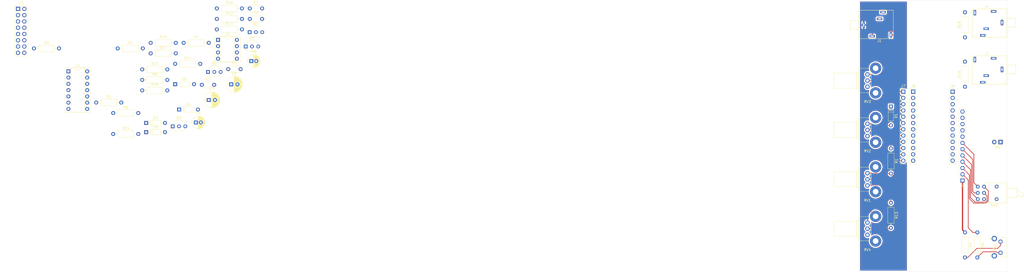
<source format=kicad_pcb>
(kicad_pcb (version 20171130) (host pcbnew "(5.1.5)-3")
  (layers (0 F.Cu signal) (31 B.Cu signal) (34 B.Paste user) (35 F.Paste user) (36 B.SilkS user) (37 F.SilkS user) (38 B.Mask user) (39 F.Mask user) (44 Edge.Cuts user))
  (net 0 "")
  (net 1 "Net-(C1-Pad2)")
  (net 2 "Net-(C1-Pad1)")
  (net 3 GND)
  (net 4 "Net-(C2-Pad2)")
  (net 5 +12v)
  (net 6 -12v)
  (net 7 "Net-(D1-Pad2)")
  (net 8 "Net-(D1-Pad1)")
  (net 9 "Net-(D2-Pad2)")
  (net 10 "Net-(J1-Pad3)")
  (net 11 "Net-(J2-Pad3)")
  (net 12 "Net-(J2-Pad2)")
  (net 13 "Net-(J3-Pad15)")
  (net 14 "Net-(J3-Pad11)")
  (net 15 "Net-(J4-Pad2)")
  (net 16 "Net-(J4-Pad3)")
  (net 17 "Net-(Q1-Pad2)")
  (net 18 "Net-(Q1-Pad1)")
  (net 19 "Net-(Q2-Pad3)")
  (net 20 "Net-(Q3-Pad3)")
  (net 21 "Net-(Q3-Pad1)")
  (net 22 "Net-(R1-Pad2)")
  (net 23 "Net-(R4-Pad2)")
  (net 24 "Net-(R9-Pad2)")
  (net 25 "Net-(R13-Pad2)")
  (net 26 "Net-(R17-Pad2)")
  (net 27 "Net-(RV2-Pad3)")
  (net 28 "Net-(RV3-Pad3)")
  (net 29 "Net-(RV4-Pad3)")
  (net 30 "Net-(SW2-Pad3)")
  (net 31 Speed3)
  (net 32 Speed2)
  (net 33 RELout)
  (net 34 Button)
  (net 35 RELin)
  (net 36 LEDin)
  (net 37 LEDout)
  (net 38 "Net-(D6-Pad2)")
  (net 39 "Net-(D6-Pad1)")
  (net 40 "Net-(J1-Pad2)")
  (net 41 GateIn)
  (net 42 "Net-(J5-Pad9)")
  (net 43 "Net-(J5-Pad8)")
  (net 44 "Net-(J5-Pad7)")
  (net 45 "Net-(J5-Pad6)")
  (net 46 "Net-(J5-Pad5)")
  (net 47 "Net-(J5-Pad4)")
  (net 48 "Net-(J5-Pad3)")
  (net 49 "Net-(J5-Pad2)")
  (net 50 ATTout)
  (net 51 Speed1)
  (net 52 ADSRout)
  (net 53 ADSRInvert)
  (net 54 "Net-(J7-Pad12)")
  (net 55 "Net-(J7-Pad11)")
  (net 56 "Net-(J7-Pad10)")
  (net 57 "Net-(J7-Pad9)")
  (net 58 "Net-(J7-Pad7)")
  (net 59 "Net-(J7-Pad5)")
  (net 60 "Net-(J7-Pad4)")
  (net 61 GateOut)
  (net 62 ATTin)
  (net 63 DECin)
  (net 64 DECout)
  (net 65 SUSin)
  (net 66 SUSout)
  (net 67 /GND_In)
  (net 68 /GND_Out)
  (net 69 /12VDC_Out)
  (net 70 /12VDC_In)
  (module Capacitors_THT:C_Disc_D5.0mm_W2.5mm_P5.00mm (layer F.Cu) (at -246.696999 3.276001)
    (fp_text reference C1 (at 2.5 -2.56) (layer F.SilkS))
    (fp_text value 0.1u)
    (pad 2 thru_hole circle (at 5 0) (size 1.6 1.6) (drill 0.8) (layers *.Cu *.Mask) (net 1 "Net-(C1-Pad2)"))
    (pad 1 thru_hole circle (at 0 0) (size 1.6 1.6) (drill 0.8) (layers *.Cu *.Mask) (net 2 "Net-(C1-Pad1)"))
  )
  (module Capacitors_THT:C_Disc_D5.0mm_W2.5mm_P5.00mm (layer F.Cu) (at -246.696999 7.526001)
    (fp_text reference C2 (at 2.5 -2.56) (layer F.SilkS))
    (fp_text value 0.1u)
    (pad 1 thru_hole circle (at 0 0) (size 1.6 1.6) (drill 0.8) (layers *.Cu *.Mask) (net 3 GND))
    (pad 2 thru_hole circle (at 5 0) (size 1.6 1.6) (drill 0.8) (layers *.Cu *.Mask) (net 4 "Net-(C2-Pad2)"))
  )
  (module Capacitors_THT:C_Disc_D5.0mm_W2.5mm_P5.00mm (layer F.Cu) (at -255.416999 27.876001)
    (fp_text reference C3 (at 2.5 -2.56) (layer F.SilkS))
    (fp_text value 1u)
    (pad 1 thru_hole circle (at 0 0) (size 1.6 1.6) (drill 0.8) (layers *.Cu *.Mask) (net 31 Speed3))
    (pad 2 thru_hole circle (at 5 0) (size 1.6 1.6) (drill 0.8) (layers *.Cu *.Mask) (net 3 GND))
  )
  (module Capacitors_THT:C_Disc_D5.0mm_W2.5mm_P5.00mm (layer F.Cu) (at -266.116999 34.226001)
    (fp_text reference C4 (at 2.5 -2.56) (layer F.SilkS))
    (fp_text value 10u)
    (pad 2 thru_hole circle (at 5 0) (size 1.6 1.6) (drill 0.8) (layers *.Cu *.Mask) (net 3 GND))
    (pad 1 thru_hole circle (at 0 0) (size 1.6 1.6) (drill 0.8) (layers *.Cu *.Mask) (net 32 Speed2))
  )
  (module Capacitors_THT:CP_Radial_D5.0mm_P2.00mm (layer F.Cu) (at -268.531999 49.476001)
    (fp_text reference C5 (at 1 -3.81) (layer F.SilkS))
    (fp_text value 22u)
    (pad 2 thru_hole circle (at 2 0) (size 1.6 1.6) (drill 0.8) (layers *.Cu *.Mask) (net 3 GND))
    (pad 1 thru_hole rect (at 0 0) (size 1.6 1.6) (drill 0.8) (layers *.Cu *.Mask) (net 5 +12v))
  )
  (module Capacitors_THT:CP_Radial_D6.3mm_P2.50mm (layer F.Cu) (at -254.216999 34.026001)
    (fp_text reference C6 (at 1.25 -4.46) (layer F.SilkS))
    (fp_text value 100u)
    (pad 2 thru_hole circle (at 2.5 0) (size 1.6 1.6) (drill 0.8) (layers *.Cu *.Mask) (net 3 GND))
    (pad 1 thru_hole rect (at 0 0) (size 1.6 1.6) (drill 0.8) (layers *.Cu *.Mask) (net 5 +12v))
  )
  (module Capacitors_THT:CP_Radial_D6.3mm_P2.50mm (layer F.Cu) (at -263.316999 40.376001)
    (fp_text reference C7 (at 1.25 -4.46) (layer F.SilkS))
    (fp_text value 100u)
    (pad 1 thru_hole rect (at 0 0) (size 1.6 1.6) (drill 0.8) (layers *.Cu *.Mask) (net 5 +12v))
    (pad 2 thru_hole circle (at 2.5 0) (size 1.6 1.6) (drill 0.8) (layers *.Cu *.Mask) (net 6 -12v))
  )
  (module Capacitors_THT:CP_Radial_D5.0mm_P2.00mm (layer F.Cu) (at -246.081999 24.606001)
    (fp_text reference C8 (at 1 -3.81) (layer F.SilkS))
    (fp_text value 22u)
    (pad 1 thru_hole rect (at 0 0) (size 1.6 1.6) (drill 0.8) (layers *.Cu *.Mask) (net 3 GND))
    (pad 2 thru_hole circle (at 2 0) (size 1.6 1.6) (drill 0.8) (layers *.Cu *.Mask) (net 6 -12v))
  )
  (module Diodes_THT:D_DO-35_SOD27_P7.62mm_Horizontal (layer F.Cu) (at 13 43 270)
    (fp_text reference D1 (at 3.81 -2.06 90) (layer F.SilkS))
    (fp_text value 1N4148)
    (pad 2 thru_hole oval (at 7.62 0 270) (size 1.6 1.6) (drill 0.8) (layers *.Cu *.Mask) (net 7 "Net-(D1-Pad2)"))
    (pad 1 thru_hole rect (at 0 0 270) (size 1.6 1.6) (drill 0.8) (layers *.Cu *.Mask) (net 8 "Net-(D1-Pad1)"))
  )
  (module Diodes_THT:D_DO-35_SOD27_P7.62mm_Horizontal (layer F.Cu) (at -276.916999 33.976001)
    (fp_text reference D2 (at 3.81 -2.06) (layer F.SilkS))
    (fp_text value 1N4148)
    (pad 1 thru_hole rect (at 0 0) (size 1.6 1.6) (drill 0.8) (layers *.Cu *.Mask) (net 33 RELout))
    (pad 2 thru_hole oval (at 7.62 0) (size 1.6 1.6) (drill 0.8) (layers *.Cu *.Mask) (net 9 "Net-(D2-Pad2)"))
  )
  (module Diodes_THT:D_DO-35_SOD27_P7.62mm_Horizontal (layer F.Cu) (at -288.666999 49.656001)
    (fp_text reference D3 (at 3.81 -2.06) (layer F.SilkS))
    (fp_text value 1N4148)
    (pad 2 thru_hole oval (at 7.62 0) (size 1.6 1.6) (drill 0.8) (layers *.Cu *.Mask) (net 3 GND))
    (pad 1 thru_hole rect (at 0 0) (size 1.6 1.6) (drill 0.8) (layers *.Cu *.Mask) (net 34 Button))
  )
  (module Diodes_THT:D_DO-35_SOD27_P7.62mm_Horizontal (layer F.Cu) (at -275.316999 44.226001)
    (fp_text reference D4 (at 3.81 -2.06) (layer F.SilkS))
    (fp_text value 1N4148)
    (pad 2 thru_hole oval (at 7.62 0) (size 1.6 1.6) (drill 0.8) (layers *.Cu *.Mask) (net 35 RELin))
    (pad 1 thru_hole rect (at 0 0) (size 1.6 1.6) (drill 0.8) (layers *.Cu *.Mask) (net 2 "Net-(C1-Pad1)"))
  )
  (module Diodes_THT:D_DO-35_SOD27_P7.62mm_Horizontal (layer F.Cu) (at -288.666999 53.406001)
    (fp_text reference D5 (at 3.81 -2.06) (layer F.SilkS))
    (fp_text value 1N4148)
    (pad 1 thru_hole rect (at 0 0) (size 1.6 1.6) (drill 0.8) (layers *.Cu *.Mask) (net 36 LEDin))
    (pad 2 thru_hole oval (at 7.62 0) (size 1.6 1.6) (drill 0.8) (layers *.Cu *.Mask) (net 37 LEDout))
  )
  (module LEDs:LED_Rectangular_W3.9mm_H1.9mm (layer F.Cu) (at 57.404 57.404 180)
    (fp_text reference D6 (at 1.27 -2.01) (layer F.SilkS))
    (fp_text value LED)
    (pad 2 thru_hole circle (at 2.54 0 180) (size 1.8 1.8) (drill 0.9) (layers *.Cu *.Mask) (net 38 "Net-(D6-Pad2)"))
    (pad 1 thru_hole rect (at 0 0 180) (size 1.8 1.8) (drill 0.9) (layers *.Cu *.Mask) (net 39 "Net-(D6-Pad1)"))
  )
  (module Custom_Library:Mono_Jack_3.5mm_Switch_Switchcraft_35RAPC2AH3 (layer F.Cu) (at 0 10)
    (fp_text reference J1 (at 8.3185 6.4135) (layer F.SilkS))
    (fp_text value AudioJack1_Switch)
    (pad 1 thru_hole rect (at 2 0) (size 1 2.2) (drill oval 0.4 1.2) (layers *.Cu *.Mask) (net 67 /GND_In))
    (pad 3 thru_hole rect (at 5.4 4.5) (size 2.2 1) (drill oval 1.2 0.4) (layers *.Cu *.Mask) (net 10 "Net-(J1-Pad3)"))
    (pad 2 thru_hole rect (at 13 4) (size 1 2.2) (drill oval 0.4 1.2) (layers *.Cu *.Mask) (net 40 "Net-(J1-Pad2)"))
    (pad ~ thru_hole rect (at 8.4 -2.5) (size 2.2 1) (drill oval 1.2 0.4) (layers *.Cu *.Mask))
    (pad ~ thru_hole rect (at 9.8 -5.2) (size 2.2 1) (drill oval 1.2 0.4) (layers *.Cu *.Mask))
  )
  (module Custom_Library:Mono_Jack_3.5mm_Switch_Switchcraft_35RAPC2AH3 (layer F.Cu) (at 60 28 180)
    (fp_text reference J2 (at 8.3185 6.4135) (layer F.SilkS))
    (fp_text value AudioJack1_Switch)
    (pad 1 thru_hole rect (at 2 0 180) (size 1 2.2) (drill oval 0.4 1.2) (layers *.Cu *.Mask) (net 68 /GND_Out))
    (pad 3 thru_hole rect (at 5.4 4.5 180) (size 2.2 1) (drill oval 1.2 0.4) (layers *.Cu *.Mask) (net 11 "Net-(J2-Pad3)"))
    (pad 2 thru_hole rect (at 13 4 180) (size 1 2.2) (drill oval 0.4 1.2) (layers *.Cu *.Mask) (net 12 "Net-(J2-Pad2)"))
    (pad ~ thru_hole rect (at 8.4 -2.5 180) (size 2.2 1) (drill oval 1.2 0.4) (layers *.Cu *.Mask))
    (pad ~ thru_hole rect (at 9.8 -5.2 180) (size 2.2 1) (drill oval 1.2 0.4) (layers *.Cu *.Mask))
  )
  (module Pin_Headers:Pin_Header_Straight_2x08_Pitch2.54mm (layer F.Cu) (at -340.566999 3.476001)
    (fp_text reference J3 (at 1.27 -2.33) (layer F.SilkS))
    (fp_text value Conn_02x08_Odd_Even)
    (pad 16 thru_hole oval (at 2.54 17.78) (size 1.7 1.7) (drill 1) (layers *.Cu *.Mask) (net 13 "Net-(J3-Pad15)"))
    (pad 15 thru_hole oval (at 0 17.78) (size 1.7 1.7) (drill 1) (layers *.Cu *.Mask) (net 13 "Net-(J3-Pad15)"))
    (pad 14 thru_hole oval (at 2.54 15.24) (size 1.7 1.7) (drill 1) (layers *.Cu *.Mask) (net 41 GateIn))
    (pad 13 thru_hole oval (at 0 15.24) (size 1.7 1.7) (drill 1) (layers *.Cu *.Mask) (net 41 GateIn))
    (pad 12 thru_hole oval (at 2.54 12.7) (size 1.7 1.7) (drill 1) (layers *.Cu *.Mask) (net 14 "Net-(J3-Pad11)"))
    (pad 11 thru_hole oval (at 0 12.7) (size 1.7 1.7) (drill 1) (layers *.Cu *.Mask) (net 14 "Net-(J3-Pad11)"))
    (pad 10 thru_hole oval (at 2.54 10.16) (size 1.7 1.7) (drill 1) (layers *.Cu *.Mask) (net 5 +12v))
    (pad 9 thru_hole oval (at 0 10.16) (size 1.7 1.7) (drill 1) (layers *.Cu *.Mask) (net 5 +12v))
    (pad 8 thru_hole oval (at 2.54 7.62) (size 1.7 1.7) (drill 1) (layers *.Cu *.Mask) (net 3 GND))
    (pad 7 thru_hole oval (at 0 7.62) (size 1.7 1.7) (drill 1) (layers *.Cu *.Mask) (net 3 GND))
    (pad 6 thru_hole oval (at 2.54 5.08) (size 1.7 1.7) (drill 1) (layers *.Cu *.Mask) (net 3 GND))
    (pad 5 thru_hole oval (at 0 5.08) (size 1.7 1.7) (drill 1) (layers *.Cu *.Mask) (net 3 GND))
    (pad 4 thru_hole oval (at 2.54 2.54) (size 1.7 1.7) (drill 1) (layers *.Cu *.Mask) (net 3 GND))
    (pad 3 thru_hole oval (at 0 2.54) (size 1.7 1.7) (drill 1) (layers *.Cu *.Mask) (net 3 GND))
    (pad 2 thru_hole oval (at 2.54 0) (size 1.7 1.7) (drill 1) (layers *.Cu *.Mask) (net 6 -12v))
    (pad 1 thru_hole rect (at 0 0) (size 1.7 1.7) (drill 1) (layers *.Cu *.Mask) (net 6 -12v))
  )
  (module Custom_Library:Mono_Jack_3.5mm_Switch_Switchcraft_35RAPC2AH3 (layer F.Cu) (at 60 9 180)
    (fp_text reference J4 (at 8.3185 6.4135) (layer F.SilkS))
    (fp_text value AudioJack1_Switch)
    (pad ~ thru_hole rect (at 9.8 -5.2 180) (size 2.2 1) (drill oval 1.2 0.4) (layers *.Cu *.Mask))
    (pad ~ thru_hole rect (at 8.4 -2.5 180) (size 2.2 1) (drill oval 1.2 0.4) (layers *.Cu *.Mask))
    (pad 2 thru_hole rect (at 13 4 180) (size 1 2.2) (drill oval 0.4 1.2) (layers *.Cu *.Mask) (net 15 "Net-(J4-Pad2)"))
    (pad 3 thru_hole rect (at 5.4 4.5 180) (size 2.2 1) (drill oval 1.2 0.4) (layers *.Cu *.Mask) (net 16 "Net-(J4-Pad3)"))
    (pad 1 thru_hole rect (at 2 0 180) (size 1 2.2) (drill oval 0.4 1.2) (layers *.Cu *.Mask) (net 68 /GND_Out))
  )
  (module TO_SOT_Packages_THT:TO-92_Inline_Wide (layer F.Cu) (at -246.736999 12.906001)
    (fp_text reference Q1 (at 2.54 -3.56 180) (layer F.SilkS))
    (fp_text value 2N7000)
    (pad 2 thru_hole circle (at 2.54 0 90) (size 1.52 1.52) (drill 0.8) (layers *.Cu *.Mask) (net 17 "Net-(Q1-Pad2)"))
    (pad 3 thru_hole circle (at 5.08 0 90) (size 1.52 1.52) (drill 0.8) (layers *.Cu *.Mask) (net 65 SUSin))
    (pad 1 thru_hole rect (at 0 0 90) (size 1.52 1.52) (drill 0.8) (layers *.Cu *.Mask) (net 18 "Net-(Q1-Pad1)"))
  )
  (module TO_SOT_Packages_THT:TO-92_Inline_Wide (layer F.Cu) (at -263.606999 29.006001)
    (fp_text reference Q2 (at 2.54 -3.56 180) (layer F.SilkS))
    (fp_text value 2N3904)
    (pad 1 thru_hole rect (at 0 0 90) (size 1.52 1.52) (drill 0.8) (layers *.Cu *.Mask) (net 3 GND))
    (pad 3 thru_hole circle (at 5.08 0 90) (size 1.52 1.52) (drill 0.8) (layers *.Cu *.Mask) (net 19 "Net-(Q2-Pad3)"))
    (pad 2 thru_hole circle (at 2.54 0 90) (size 1.52 1.52) (drill 0.8) (layers *.Cu *.Mask) (net 1 "Net-(C1-Pad2)"))
  )
  (module TO_SOT_Packages_THT:TO-92_Inline_Wide (layer F.Cu) (at -277.906999 51.036001)
    (fp_text reference Q3 (at 2.54 -3.56 180) (layer F.SilkS))
    (fp_text value 2N3904)
    (pad 2 thru_hole circle (at 2.54 0 90) (size 1.52 1.52) (drill 0.8) (layers *.Cu *.Mask) (net 34 Button))
    (pad 3 thru_hole circle (at 5.08 0 90) (size 1.52 1.52) (drill 0.8) (layers *.Cu *.Mask) (net 20 "Net-(Q3-Pad3)"))
    (pad 1 thru_hole rect (at 0 0 90) (size 1.52 1.52) (drill 0.8) (layers *.Cu *.Mask) (net 21 "Net-(Q3-Pad1)"))
  )
  (module TO_SOT_Packages_THT:TO-92_Inline_Wide (layer F.Cu) (at -248.336999 18.696001)
    (fp_text reference Q4 (at 2.54 -3.56 180) (layer F.SilkS))
    (fp_text value 2N3904)
    (pad 1 thru_hole rect (at 0 0 90) (size 1.52 1.52) (drill 0.8) (layers *.Cu *.Mask) (net 21 "Net-(Q3-Pad1)"))
    (pad 3 thru_hole circle (at 5.08 0 90) (size 1.52 1.52) (drill 0.8) (layers *.Cu *.Mask) (net 2 "Net-(C1-Pad1)"))
    (pad 2 thru_hole circle (at 2.54 0 90) (size 1.52 1.52) (drill 0.8) (layers *.Cu *.Mask) (net 20 "Net-(Q3-Pad3)"))
  )
  (module Resistors_THT:R_Axial_DIN0207_L6.3mm_D2.5mm_P10.16mm_Horizontal (layer F.Cu) (at 13 60 270)
    (fp_text reference R1 (at 5.08 -2.31 90) (layer F.SilkS))
    (fp_text value 4.7k)
    (pad 2 thru_hole oval (at 10.16 0 270) (size 1.6 1.6) (drill 0.8) (layers *.Cu *.Mask) (net 22 "Net-(R1-Pad2)"))
    (pad 1 thru_hole circle (at 0 0 270) (size 1.6 1.6) (drill 0.8) (layers *.Cu *.Mask) (net 70 /12VDC_In))
  )
  (module Resistors_THT:R_Axial_DIN0207_L6.3mm_D2.5mm_P10.16mm_Horizontal (layer F.Cu) (at -308.916999 41.406001)
    (fp_text reference R2 (at 5.08 -2.31) (layer F.SilkS))
    (fp_text value 1M)
    (pad 1 thru_hole circle (at 0 0) (size 1.6 1.6) (drill 0.8) (layers *.Cu *.Mask) (net 17 "Net-(Q1-Pad2)"))
    (pad 2 thru_hole oval (at 10.16 0) (size 1.6 1.6) (drill 0.8) (layers *.Cu *.Mask) (net 2 "Net-(C1-Pad1)"))
  )
  (module Resistors_THT:R_Axial_DIN0207_L6.3mm_D2.5mm_P10.16mm_Horizontal (layer F.Cu) (at -300.186999 19.476001)
    (fp_text reference R3 (at 5.08 -2.31) (layer F.SilkS))
    (fp_text value 22k)
    (pad 2 thru_hole oval (at 10.16 0) (size 1.6 1.6) (drill 0.8) (layers *.Cu *.Mask) (net 19 "Net-(Q2-Pad3)"))
    (pad 1 thru_hole circle (at 0 0) (size 1.6 1.6) (drill 0.8) (layers *.Cu *.Mask) (net 5 +12v))
  )
  (module Resistors_THT:R_Axial_DIN0207_L6.3mm_D2.5mm_P10.16mm_Horizontal (layer F.Cu) (at 43 94 270)
    (fp_text reference R4 (at 5.08 -2.31 90) (layer F.SilkS))
    (fp_text value 10k)
    (pad 2 thru_hole oval (at 10.16 0 270) (size 1.6 1.6) (drill 0.8) (layers *.Cu *.Mask) (net 23 "Net-(R4-Pad2)"))
    (pad 1 thru_hole circle (at 0 0 270) (size 1.6 1.6) (drill 0.8) (layers *.Cu *.Mask) (net 69 /12VDC_Out))
  )
  (module Resistors_THT:R_Axial_DIN0207_L6.3mm_D2.5mm_P10.16mm_Horizontal (layer F.Cu) (at -334.116999 19.476001)
    (fp_text reference R5 (at 5.08 -2.31) (layer F.SilkS))
    (fp_text value 100)
    (pad 1 thru_hole circle (at 0 0) (size 1.6 1.6) (drill 0.8) (layers *.Cu *.Mask) (net 33 RELout))
    (pad 2 thru_hole oval (at 10.16 0) (size 1.6 1.6) (drill 0.8) (layers *.Cu *.Mask) (net 64 DECout))
  )
  (module Resistors_THT:R_Axial_DIN0207_L6.3mm_D2.5mm_P10.16mm_Horizontal (layer F.Cu) (at -302.016999 45.656001)
    (fp_text reference R6 (at 5.08 -2.31) (layer F.SilkS))
    (fp_text value 22k)
    (pad 1 thru_hole circle (at 0 0) (size 1.6 1.6) (drill 0.8) (layers *.Cu *.Mask) (net 5 +12v))
    (pad 2 thru_hole oval (at 10.16 0) (size 1.6 1.6) (drill 0.8) (layers *.Cu *.Mask) (net 20 "Net-(Q3-Pad3)"))
  )
  (module Resistors_THT:R_Axial_DIN0207_L6.3mm_D2.5mm_P10.16mm_Horizontal (layer F.Cu) (at -273.486999 17.226001)
    (fp_text reference R7 (at 5.08 -2.31) (layer F.SilkS))
    (fp_text value 22k)
    (pad 2 thru_hole oval (at 10.16 0) (size 1.6 1.6) (drill 0.8) (layers *.Cu *.Mask) (net 2 "Net-(C1-Pad1)"))
    (pad 1 thru_hole circle (at 0 0) (size 1.6 1.6) (drill 0.8) (layers *.Cu *.Mask) (net 5 +12v))
  )
  (module Resistors_THT:R_Axial_DIN0207_L6.3mm_D2.5mm_P10.16mm_Horizontal (layer F.Cu) (at -290.266999 32.226001)
    (fp_text reference R8 (at 5.08 -2.31) (layer F.SilkS))
    (fp_text value 680)
    (pad 1 thru_hole circle (at 0 0) (size 1.6 1.6) (drill 0.8) (layers *.Cu *.Mask) (net 9 "Net-(D2-Pad2)"))
    (pad 2 thru_hole oval (at 10.16 0) (size 1.6 1.6) (drill 0.8) (layers *.Cu *.Mask) (net 50 ATTout))
  )
  (module Resistors_THT:R_Axial_DIN0207_L6.3mm_D2.5mm_P10.16mm_Horizontal (layer F.Cu) (at 48 94 270)
    (fp_text reference R9 (at 5.08 -2.31 90) (layer F.SilkS))
    (fp_text value 47k)
    (pad 1 thru_hole circle (at 0 0 270) (size 1.6 1.6) (drill 0.8) (layers *.Cu *.Mask) (net 49 "Net-(J5-Pad2)"))
    (pad 2 thru_hole oval (at 10.16 0 270) (size 1.6 1.6) (drill 0.8) (layers *.Cu *.Mask) (net 24 "Net-(R9-Pad2)"))
  )
  (module Resistors_THT:R_Axial_DIN0207_L6.3mm_D2.5mm_P10.16mm_Horizontal (layer F.Cu) (at -260.046999 3.276001)
    (fp_text reference R10 (at 5.08 -2.31) (layer F.SilkS))
    (fp_text value 120)
    (pad 2 thru_hole oval (at 10.16 0) (size 1.6 1.6) (drill 0.8) (layers *.Cu *.Mask) (net 9 "Net-(D2-Pad2)"))
    (pad 1 thru_hole circle (at 0 0) (size 1.6 1.6) (drill 0.8) (layers *.Cu *.Mask) (net 51 Speed1))
  )
  (module Resistors_THT:R_Axial_DIN0207_L6.3mm_D2.5mm_P10.16mm_Horizontal (layer F.Cu) (at -276.916999 25.726001)
    (fp_text reference R11 (at 5.08 -2.31) (layer F.SilkS))
    (fp_text value 22k)
    (pad 2 thru_hole oval (at 10.16 0) (size 1.6 1.6) (drill 0.8) (layers *.Cu *.Mask) (net 3 GND))
    (pad 1 thru_hole circle (at 0 0) (size 1.6 1.6) (drill 0.8) (layers *.Cu *.Mask) (net 1 "Net-(C1-Pad2)"))
  )
  (module Resistors_THT:R_Axial_DIN0207_L6.3mm_D2.5mm_P10.16mm_Horizontal (layer F.Cu) (at -260.046999 7.526001)
    (fp_text reference R12 (at 5.08 -2.31) (layer F.SilkS))
    (fp_text value 1M)
    (pad 1 thru_hole circle (at 0 0) (size 1.6 1.6) (drill 0.8) (layers *.Cu *.Mask) (net 34 Button))
    (pad 2 thru_hole oval (at 10.16 0) (size 1.6 1.6) (drill 0.8) (layers *.Cu *.Mask) (net 61 GateOut))
  )
  (module Resistors_THT:R_Axial_DIN0207_L6.3mm_D2.5mm_P10.16mm_Horizontal (layer F.Cu) (at 13 82 270)
    (fp_text reference R13 (at 5.08 -2.31 90) (layer F.SilkS))
    (fp_text value 100)
    (pad 2 thru_hole oval (at 10.16 0 270) (size 1.6 1.6) (drill 0.8) (layers *.Cu *.Mask) (net 25 "Net-(R13-Pad2)"))
    (pad 1 thru_hole circle (at 0 0 270) (size 1.6 1.6) (drill 0.8) (layers *.Cu *.Mask) (net 54 "Net-(J7-Pad12)"))
  )
  (module Resistors_THT:R_Axial_DIN0207_L6.3mm_D2.5mm_P10.16mm_Horizontal (layer F.Cu) (at -260.046999 11.776001)
    (fp_text reference R14 (at 5.08 -2.31) (layer F.SilkS))
    (fp_text value 1.2M)
    (pad 2 thru_hole oval (at 10.16 0) (size 1.6 1.6) (drill 0.8) (layers *.Cu *.Mask) (net 3 GND))
    (pad 1 thru_hole circle (at 0 0) (size 1.6 1.6) (drill 0.8) (layers *.Cu *.Mask) (net 61 GateOut))
  )
  (module Resistors_THT:R_Axial_DIN0207_L6.3mm_D2.5mm_P10.16mm_Horizontal (layer F.Cu) (at -302.016999 54.156001)
    (fp_text reference R15 (at 5.08 -2.31) (layer F.SilkS))
    (fp_text value 10)
    (pad 1 thru_hole circle (at 0 0) (size 1.6 1.6) (drill 0.8) (layers *.Cu *.Mask) (net 21 "Net-(Q3-Pad1)"))
    (pad 2 thru_hole oval (at 10.16 0) (size 1.6 1.6) (drill 0.8) (layers *.Cu *.Mask) (net 3 GND))
  )
  (module Resistors_THT:R_Axial_DIN0207_L6.3mm_D2.5mm_P10.16mm_Horizontal (layer F.Cu) (at 43 35 90)
    (fp_text reference R16 (at 5.08 -2.31 90) (layer F.SilkS))
    (fp_text value 1k)
    (pad 2 thru_hole oval (at 10.16 0 90) (size 1.6 1.6) (drill 0.8) (layers *.Cu *.Mask) (net 11 "Net-(J2-Pad3)"))
    (pad 1 thru_hole circle (at 0 0 90) (size 1.6 1.6) (drill 0.8) (layers *.Cu *.Mask) (net 43 "Net-(J5-Pad8)"))
  )
  (module Resistors_THT:R_Axial_DIN0207_L6.3mm_D2.5mm_P10.16mm_Horizontal (layer F.Cu) (at -286.836999 21.476001)
    (fp_text reference R17 (at 5.08 -2.31) (layer F.SilkS))
    (fp_text value 100k)
    (pad 1 thru_hole circle (at 0 0) (size 1.6 1.6) (drill 0.8) (layers *.Cu *.Mask) (net 52 ADSRout))
    (pad 2 thru_hole oval (at 10.16 0) (size 1.6 1.6) (drill 0.8) (layers *.Cu *.Mask) (net 26 "Net-(R17-Pad2)"))
  )
  (module Resistors_THT:R_Axial_DIN0207_L6.3mm_D2.5mm_P10.16mm_Horizontal (layer F.Cu) (at 43 15 90)
    (fp_text reference R18 (at 5.08 -2.31 90) (layer F.SilkS))
    (fp_text value 1k)
    (pad 1 thru_hole circle (at 0 0 90) (size 1.6 1.6) (drill 0.8) (layers *.Cu *.Mask) (net 42 "Net-(J5-Pad9)"))
    (pad 2 thru_hole oval (at 10.16 0 90) (size 1.6 1.6) (drill 0.8) (layers *.Cu *.Mask) (net 16 "Net-(J4-Pad3)"))
  )
  (module Resistors_THT:R_Axial_DIN0207_L6.3mm_D2.5mm_P10.16mm_Horizontal (layer F.Cu) (at -286.836999 17.226001)
    (fp_text reference R19 (at 5.08 -2.31) (layer F.SilkS))
    (fp_text value 100k)
    (pad 2 thru_hole oval (at 10.16 0) (size 1.6 1.6) (drill 0.8) (layers *.Cu *.Mask) (net 26 "Net-(R17-Pad2)"))
    (pad 1 thru_hole circle (at 0 0) (size 1.6 1.6) (drill 0.8) (layers *.Cu *.Mask) (net 53 ADSRInvert))
  )
  (module Resistors_THT:R_Axial_DIN0207_L6.3mm_D2.5mm_P10.16mm_Horizontal (layer F.Cu) (at -290.266999 36.476001)
    (fp_text reference R20 (at 5.08 -2.31) (layer F.SilkS))
    (fp_text value 150k)
    (pad 1 thru_hole circle (at 0 0) (size 1.6 1.6) (drill 0.8) (layers *.Cu *.Mask) (net 26 "Net-(R17-Pad2)"))
    (pad 2 thru_hole oval (at 10.16 0) (size 1.6 1.6) (drill 0.8) (layers *.Cu *.Mask) (net 6 -12v))
  )
  (module Resistors_THT:R_Axial_DIN0207_L6.3mm_D2.5mm_P10.16mm_Horizontal (layer F.Cu) (at -290.266999 27.976001)
    (fp_text reference R21 (at 5.08 -2.31) (layer F.SilkS))
    (fp_text value 1k)
    (pad 2 thru_hole oval (at 10.16 0) (size 1.6 1.6) (drill 0.8) (layers *.Cu *.Mask) (net 52 ADSRout))
    (pad 1 thru_hole circle (at 0 0) (size 1.6 1.6) (drill 0.8) (layers *.Cu *.Mask) (net 36 LEDin))
  )
  (module Potentiometers:Potentiometer_Bourns_PTV09A-2_Vertical (layer F.Cu) (at 3.5 70 180)
    (fp_text reference RV1 (at 0 -11.05) (layer F.SilkS))
    (fp_text value 10k)
    (pad 3 thru_hole circle (at 0 -5 180) (size 1.8 1.8) (drill 1) (layers *.Cu *.Mask) (net 56 "Net-(J7-Pad10)"))
    (pad 2 thru_hole circle (at 0 -2.5 180) (size 1.8 1.8) (drill 1) (layers *.Cu *.Mask) (net 57 "Net-(J7-Pad9)"))
    (pad 1 thru_hole circle (at 0 0 180) (size 1.8 1.8) (drill 1) (layers *.Cu *.Mask) (net 22 "Net-(R1-Pad2)"))
    (pad 0 thru_hole circle (at -3.3 -7.5 180) (size 4.6 4.6) (drill 2.3) (layers *.Cu *.Mask))
    (pad 0 thru_hole circle (at -3.3 2.5 180) (size 4.6 4.6) (drill 2.3) (layers *.Cu *.Mask))
  )
  (module Potentiometers:Potentiometer_Bourns_PTV09A-2_Vertical (layer F.Cu) (at 3.5 50 180)
    (fp_text reference RV2 (at 0 -11.05) (layer F.SilkS))
    (fp_text value 500k)
    (pad 0 thru_hole circle (at -3.3 2.5 180) (size 4.6 4.6) (drill 2.3) (layers *.Cu *.Mask))
    (pad 0 thru_hole circle (at -3.3 -7.5 180) (size 4.6 4.6) (drill 2.3) (layers *.Cu *.Mask))
    (pad 1 thru_hole circle (at 0 0 180) (size 1.8 1.8) (drill 1) (layers *.Cu *.Mask) (net 7 "Net-(D1-Pad2)"))
    (pad 2 thru_hole circle (at 0 -2.5 180) (size 1.8 1.8) (drill 1) (layers *.Cu *.Mask) (net 58 "Net-(J7-Pad7)"))
    (pad 3 thru_hole circle (at 0 -5 180) (size 1.8 1.8) (drill 1) (layers *.Cu *.Mask) (net 27 "Net-(RV2-Pad3)"))
  )
  (module Potentiometers:Potentiometer_Bourns_PTV09A-2_Vertical (layer F.Cu) (at 3.5 30 180)
    (fp_text reference RV3 (at 0 -11.05) (layer F.SilkS))
    (fp_text value 500k)
    (pad 0 thru_hole circle (at -3.3 2.5 180) (size 4.6 4.6) (drill 2.3) (layers *.Cu *.Mask))
    (pad 0 thru_hole circle (at -3.3 -7.5 180) (size 4.6 4.6) (drill 2.3) (layers *.Cu *.Mask))
    (pad 1 thru_hole circle (at 0 0 180) (size 1.8 1.8) (drill 1) (layers *.Cu *.Mask) (net 60 "Net-(J7-Pad4)"))
    (pad 2 thru_hole circle (at 0 -2.5 180) (size 1.8 1.8) (drill 1) (layers *.Cu *.Mask) (net 59 "Net-(J7-Pad5)"))
    (pad 3 thru_hole circle (at 0 -5 180) (size 1.8 1.8) (drill 1) (layers *.Cu *.Mask) (net 28 "Net-(RV3-Pad3)"))
  )
  (module Potentiometers:Potentiometer_Bourns_PTV09A-2_Vertical (layer F.Cu) (at 3.5 90 180)
    (fp_text reference RV4 (at 0 -11.05) (layer F.SilkS))
    (fp_text value 500k)
    (pad 3 thru_hole circle (at 0 -5 180) (size 1.8 1.8) (drill 1) (layers *.Cu *.Mask) (net 29 "Net-(RV4-Pad3)"))
    (pad 2 thru_hole circle (at 0 -2.5 180) (size 1.8 1.8) (drill 1) (layers *.Cu *.Mask) (net 25 "Net-(R13-Pad2)"))
    (pad 1 thru_hole circle (at 0 0 180) (size 1.8 1.8) (drill 1) (layers *.Cu *.Mask) (net 55 "Net-(J7-Pad11)"))
    (pad 0 thru_hole circle (at -3.3 -7.5 180) (size 4.6 4.6) (drill 2.3) (layers *.Cu *.Mask))
    (pad 0 thru_hole circle (at -3.3 2.5 180) (size 4.6 4.6) (drill 2.3) (layers *.Cu *.Mask))
  )
  (module Custom_Library:200AWMDP1T2A1M6QE (layer F.Cu) (at 60 78 180)
    (fp_text reference SW2 (at 5.08 -5.0165) (layer F.SilkS))
    (fp_text value SW_DPDT_x2)
    (pad 1 thru_hole circle (at 9.27 2.54 180) (size 1.524 1.524) (drill 0.762) (layers *.Cu *.Mask) (net 48 "Net-(J5-Pad3)"))
    (pad 2 thru_hole circle (at 9.27 0 180) (size 1.524 1.524) (drill 0.762) (layers *.Cu *.Mask) (net 47 "Net-(J5-Pad4)"))
    (pad 3 thru_hole circle (at 9.27 -2.54 180) (size 1.524 1.524) (drill 0.762) (layers *.Cu *.Mask) (net 30 "Net-(SW2-Pad3)"))
    (pad 4 thru_hole circle (at 11.81 2.54 180) (size 1.524 1.524) (drill 0.762) (layers *.Cu *.Mask) (net 44 "Net-(J5-Pad7)"))
    (pad 5 thru_hole circle (at 11.81 0 180) (size 1.524 1.524) (drill 0.762) (layers *.Cu *.Mask) (net 45 "Net-(J5-Pad6)"))
    (pad 6 thru_hole circle (at 11.81 -2.54 180) (size 1.524 1.524) (drill 0.762) (layers *.Cu *.Mask) (net 46 "Net-(J5-Pad5)"))
    (pad "" thru_hole circle (at 4.19 -2.54 180) (size 1.524 1.524) (drill 0.762) (layers *.Cu *.Mask))
    (pad "" thru_hole circle (at 4.16 2.54 180) (size 1.524 1.524) (drill 0.762) (layers *.Cu *.Mask))
  )
  (module Housings_DIP:DIP-14_W7.62mm_Socket (layer F.Cu) (at -320.166999 28.756001)
    (fp_text reference U1 (at 3.81 -2.33) (layer F.SilkS))
    (fp_text value TL074)
    (pad 14 thru_hole oval (at 7.62 0) (size 1.6 1.6) (drill 0.8) (layers *.Cu *.Mask) (net 63 DECin))
    (pad 7 thru_hole oval (at 0 15.24) (size 1.6 1.6) (drill 0.8) (layers *.Cu *.Mask) (net 37 LEDout))
    (pad 13 thru_hole oval (at 7.62 2.54) (size 1.6 1.6) (drill 0.8) (layers *.Cu *.Mask) (net 63 DECin))
    (pad 6 thru_hole oval (at 0 12.7) (size 1.6 1.6) (drill 0.8) (layers *.Cu *.Mask) (net 36 LEDin))
    (pad 12 thru_hole oval (at 7.62 5.08) (size 1.6 1.6) (drill 0.8) (layers *.Cu *.Mask) (net 66 SUSout))
    (pad 5 thru_hole oval (at 0 10.16) (size 1.6 1.6) (drill 0.8) (layers *.Cu *.Mask) (net 3 GND))
    (pad 11 thru_hole oval (at 7.62 7.62) (size 1.6 1.6) (drill 0.8) (layers *.Cu *.Mask) (net 6 -12v))
    (pad 4 thru_hole oval (at 0 7.62) (size 1.6 1.6) (drill 0.8) (layers *.Cu *.Mask) (net 5 +12v))
    (pad 10 thru_hole oval (at 7.62 10.16) (size 1.6 1.6) (drill 0.8) (layers *.Cu *.Mask) (net 3 GND))
    (pad 3 thru_hole oval (at 0 5.08) (size 1.6 1.6) (drill 0.8) (layers *.Cu *.Mask) (net 33 RELout))
    (pad 9 thru_hole oval (at 7.62 12.7) (size 1.6 1.6) (drill 0.8) (layers *.Cu *.Mask) (net 26 "Net-(R17-Pad2)"))
    (pad 2 thru_hole oval (at 0 2.54) (size 1.6 1.6) (drill 0.8) (layers *.Cu *.Mask) (net 52 ADSRout))
    (pad 8 thru_hole oval (at 7.62 15.24) (size 1.6 1.6) (drill 0.8) (layers *.Cu *.Mask) (net 53 ADSRInvert))
    (pad 1 thru_hole rect (at 0 0) (size 1.6 1.6) (drill 0.8) (layers *.Cu *.Mask) (net 52 ADSRout))
  )
  (module Housings_DIP:DIP-8_W7.62mm_Socket (layer F.Cu) (at -259.546999 16.026001)
    (fp_text reference U2 (at 3.81 -2.33) (layer F.SilkS))
    (fp_text value ICM7555)
    (pad 8 thru_hole oval (at 7.62 0) (size 1.6 1.6) (drill 0.8) (layers *.Cu *.Mask) (net 5 +12v))
    (pad 4 thru_hole oval (at 0 7.62) (size 1.6 1.6) (drill 0.8) (layers *.Cu *.Mask) (net 2 "Net-(C1-Pad1)"))
    (pad 7 thru_hole oval (at 7.62 2.54) (size 1.6 1.6) (drill 0.8) (layers *.Cu *.Mask) (net 18 "Net-(Q1-Pad1)"))
    (pad 3 thru_hole oval (at 0 5.08) (size 1.6 1.6) (drill 0.8) (layers *.Cu *.Mask) (net 62 ATTin))
    (pad 6 thru_hole oval (at 7.62 5.08) (size 1.6 1.6) (drill 0.8) (layers *.Cu *.Mask) (net 52 ADSRout))
    (pad 2 thru_hole oval (at 0 2.54) (size 1.6 1.6) (drill 0.8) (layers *.Cu *.Mask) (net 19 "Net-(Q2-Pad3)"))
    (pad 5 thru_hole oval (at 7.62 7.62) (size 1.6 1.6) (drill 0.8) (layers *.Cu *.Mask) (net 4 "Net-(C2-Pad2)"))
    (pad 1 thru_hole rect (at 0 0) (size 1.6 1.6) (drill 0.8) (layers *.Cu *.Mask) (net 3 GND))
  )
  (module Pin_Headers:Pin_Header_Straight_1x12_Pitch2.54mm (layer F.Cu) (at 42 73 180)
    (fp_text reference J5 (at 0 -2.33) (layer F.SilkS))
    (fp_text value Conn_01x12)
    (pad 12 thru_hole oval (at 0 27.94 180) (size 1.7 1.7) (drill 1) (layers *.Cu *.Mask) (net 38 "Net-(D6-Pad2)"))
    (pad 11 thru_hole oval (at 0 25.4 180) (size 1.7 1.7) (drill 1) (layers *.Cu *.Mask) (net 39 "Net-(D6-Pad1)"))
    (pad 10 thru_hole oval (at 0 22.86 180) (size 1.7 1.7) (drill 1) (layers *.Cu *.Mask) (net 68 /GND_Out))
    (pad 9 thru_hole oval (at 0 20.32 180) (size 1.7 1.7) (drill 1) (layers *.Cu *.Mask) (net 42 "Net-(J5-Pad9)"))
    (pad 8 thru_hole oval (at 0 17.78 180) (size 1.7 1.7) (drill 1) (layers *.Cu *.Mask) (net 43 "Net-(J5-Pad8)"))
    (pad 7 thru_hole oval (at 0 15.24 180) (size 1.7 1.7) (drill 1) (layers *.Cu *.Mask) (net 44 "Net-(J5-Pad7)"))
    (pad 6 thru_hole oval (at 0 12.7 180) (size 1.7 1.7) (drill 1) (layers *.Cu *.Mask) (net 45 "Net-(J5-Pad6)"))
    (pad 5 thru_hole oval (at 0 10.16 180) (size 1.7 1.7) (drill 1) (layers *.Cu *.Mask) (net 46 "Net-(J5-Pad5)"))
    (pad 4 thru_hole oval (at 0 7.62 180) (size 1.7 1.7) (drill 1) (layers *.Cu *.Mask) (net 47 "Net-(J5-Pad4)"))
    (pad 3 thru_hole oval (at 0 5.08 180) (size 1.7 1.7) (drill 1) (layers *.Cu *.Mask) (net 48 "Net-(J5-Pad3)"))
    (pad 2 thru_hole oval (at 0 2.54 180) (size 1.7 1.7) (drill 1) (layers *.Cu *.Mask) (net 49 "Net-(J5-Pad2)"))
    (pad 1 thru_hole rect (at 0 0 180) (size 1.7 1.7) (drill 1) (layers *.Cu *.Mask) (net 69 /12VDC_Out))
  )
  (module Pin_Headers:Pin_Header_Straight_1x12_Pitch2.54mm (layer F.Cu) (at 38 37)
    (fp_text reference J6 (at 0 -2.33) (layer F.SilkS))
    (fp_text value Conn_01x12)
    (pad 1 thru_hole rect (at 0 0) (size 1.7 1.7) (drill 1) (layers *.Cu *.Mask) (net 5 +12v))
    (pad 2 thru_hole oval (at 0 2.54) (size 1.7 1.7) (drill 1) (layers *.Cu *.Mask) (net 34 Button))
    (pad 3 thru_hole oval (at 0 5.08) (size 1.7 1.7) (drill 1) (layers *.Cu *.Mask) (net 50 ATTout))
    (pad 4 thru_hole oval (at 0 7.62) (size 1.7 1.7) (drill 1) (layers *.Cu *.Mask) (net 51 Speed1))
    (pad 5 thru_hole oval (at 0 10.16) (size 1.7 1.7) (drill 1) (layers *.Cu *.Mask) (net 31 Speed3))
    (pad 6 thru_hole oval (at 0 12.7) (size 1.7 1.7) (drill 1) (layers *.Cu *.Mask) (net 33 RELout))
    (pad 7 thru_hole oval (at 0 15.24) (size 1.7 1.7) (drill 1) (layers *.Cu *.Mask) (net 32 Speed2))
    (pad 8 thru_hole oval (at 0 17.78) (size 1.7 1.7) (drill 1) (layers *.Cu *.Mask) (net 52 ADSRout))
    (pad 9 thru_hole oval (at 0 20.32) (size 1.7 1.7) (drill 1) (layers *.Cu *.Mask) (net 53 ADSRInvert))
    (pad 10 thru_hole oval (at 0 22.86) (size 1.7 1.7) (drill 1) (layers *.Cu *.Mask) (net 3 GND))
    (pad 11 thru_hole oval (at 0 25.4) (size 1.7 1.7) (drill 1) (layers *.Cu *.Mask) (net 37 LEDout))
    (pad 12 thru_hole oval (at 0 27.94) (size 1.7 1.7) (drill 1) (layers *.Cu *.Mask) (net 36 LEDin))
  )
  (module Pin_Headers:Pin_Header_Straight_1x12_Pitch2.54mm (layer F.Cu) (at 18 37)
    (fp_text reference J7 (at 0 -2.33) (layer F.SilkS))
    (fp_text value Conn_01x12)
    (pad 12 thru_hole oval (at 0 27.94) (size 1.7 1.7) (drill 1) (layers *.Cu *.Mask) (net 54 "Net-(J7-Pad12)"))
    (pad 11 thru_hole oval (at 0 25.4) (size 1.7 1.7) (drill 1) (layers *.Cu *.Mask) (net 55 "Net-(J7-Pad11)"))
    (pad 10 thru_hole oval (at 0 22.86) (size 1.7 1.7) (drill 1) (layers *.Cu *.Mask) (net 56 "Net-(J7-Pad10)"))
    (pad 9 thru_hole oval (at 0 20.32) (size 1.7 1.7) (drill 1) (layers *.Cu *.Mask) (net 57 "Net-(J7-Pad9)"))
    (pad 8 thru_hole oval (at 0 17.78) (size 1.7 1.7) (drill 1) (layers *.Cu *.Mask) (net 70 /12VDC_In))
    (pad 7 thru_hole oval (at 0 15.24) (size 1.7 1.7) (drill 1) (layers *.Cu *.Mask) (net 58 "Net-(J7-Pad7)"))
    (pad 6 thru_hole oval (at 0 12.7) (size 1.7 1.7) (drill 1) (layers *.Cu *.Mask) (net 8 "Net-(D1-Pad1)"))
    (pad 5 thru_hole oval (at 0 10.16) (size 1.7 1.7) (drill 1) (layers *.Cu *.Mask) (net 59 "Net-(J7-Pad5)"))
    (pad 4 thru_hole oval (at 0 7.62) (size 1.7 1.7) (drill 1) (layers *.Cu *.Mask) (net 60 "Net-(J7-Pad4)"))
    (pad 3 thru_hole oval (at 0 5.08) (size 1.7 1.7) (drill 1) (layers *.Cu *.Mask) (net 67 /GND_In))
    (pad 2 thru_hole oval (at 0 2.54) (size 1.7 1.7) (drill 1) (layers *.Cu *.Mask) (net 40 "Net-(J1-Pad2)"))
    (pad 1 thru_hole rect (at 0 0) (size 1.7 1.7) (drill 1) (layers *.Cu *.Mask) (net 10 "Net-(J1-Pad3)"))
  )
  (module Pin_Headers:Pin_Header_Straight_1x12_Pitch2.54mm (layer F.Cu) (at 22 37)
    (fp_text reference J8 (at 0 -2.33) (layer F.SilkS))
    (fp_text value Conn_01x12)
    (pad 1 thru_hole rect (at 0 0) (size 1.7 1.7) (drill 1) (layers *.Cu *.Mask) (net 61 GateOut))
    (pad 2 thru_hole oval (at 0 2.54) (size 1.7 1.7) (drill 1) (layers *.Cu *.Mask) (net 41 GateIn))
    (pad 3 thru_hole oval (at 0 5.08) (size 1.7 1.7) (drill 1) (layers *.Cu *.Mask) (net 3 GND))
    (pad 4 thru_hole oval (at 0 7.62) (size 1.7 1.7) (drill 1) (layers *.Cu *.Mask) (net 62 ATTin))
    (pad 5 thru_hole oval (at 0 10.16) (size 1.7 1.7) (drill 1) (layers *.Cu *.Mask) (net 50 ATTout))
    (pad 6 thru_hole oval (at 0 12.7) (size 1.7 1.7) (drill 1) (layers *.Cu *.Mask) (net 63 DECin))
    (pad 7 thru_hole oval (at 0 15.24) (size 1.7 1.7) (drill 1) (layers *.Cu *.Mask) (net 64 DECout))
    (pad 8 thru_hole oval (at 0 17.78) (size 1.7 1.7) (drill 1) (layers *.Cu *.Mask) (net 5 +12v))
    (pad 9 thru_hole oval (at 0 20.32) (size 1.7 1.7) (drill 1) (layers *.Cu *.Mask) (net 65 SUSin))
    (pad 10 thru_hole oval (at 0 22.86) (size 1.7 1.7) (drill 1) (layers *.Cu *.Mask) (net 66 SUSout))
    (pad 11 thru_hole oval (at 0 25.4) (size 1.7 1.7) (drill 1) (layers *.Cu *.Mask) (net 35 RELin))
    (pad 12 thru_hole oval (at 0 27.94) (size 1.7 1.7) (drill 1) (layers *.Cu *.Mask) (net 33 RELout))
  )
  (module Custom_Library:SW_Tactile_TE_FSMRACDAH (layer F.Cu) (at 60 100 270)
    (fp_text reference SW1 (at 0.0656 5.1924 90) (layer F.SilkS))
    (fp_text value SW_Push)
    (pad 1 thru_hole circle (at -2.25 2.6 90) (size 1.7 1.7) (drill 1) (layers *.Cu *.Mask) (net 23 "Net-(R4-Pad2)"))
    (pad 2 thru_hole circle (at 2.25 2.6 90) (size 1.7 1.7) (drill 1) (layers *.Cu *.Mask) (net 24 "Net-(R9-Pad2)"))
    (pad "" thru_hole circle (at -3.5 5.1 90) (size 2.2 2.2) (drill 1.3) (layers *.Cu *.Mask))
    (pad "" thru_hole circle (at 3.5 5.1 90) (size 2.2 2.2) (drill 1.3) (layers *.Cu *.Mask))
  )
  (gr_line (start 60 0) (end 60 110) (layer Edge.Cuts) (width 0.05))
  (gr_line (start 0 110) (end 0 0) (layer Edge.Cuts) (width 0.05))
  (gr_line (start 60 110) (end 0 110) (layer Edge.Cuts) (width 0.05))
  (gr_line (start 0 0) (end 60 0) (layer Edge.Cuts) (width 0.05))
  (segment (start 11.86863 50.62) (end 13 50.62) (width 0.25) (layer F.Cu) (net 7))
  (segment (start 5.392792 50.62) (end 11.86863 50.62) (width 0.25) (layer F.Cu) (net 7))
  (segment (start 4.772792 50) (end 5.392792 50.62) (width 0.25) (layer F.Cu) (net 7))
  (segment (start 3.5 50) (end 4.772792 50) (width 0.25) (layer F.Cu) (net 7))
  (segment (start 13 44.7) (end 18 49.7) (width 0.25) (layer F.Cu) (net 8))
  (segment (start 13 43) (end 13 44.7) (width 0.25) (layer F.Cu) (net 8))
  (segment (start 16.51 36.576) (end 16.934 37) (width 0.25) (layer F.Cu) (net 10))
  (segment (start 16.934 37) (end 18 37) (width 0.25) (layer F.Cu) (net 10))
  (segment (start 5.4 13.75) (end 6.575001 12.574999) (width 0.25) (layer F.Cu) (net 10))
  (segment (start 5.4 14.5) (end 5.4 13.75) (width 0.25) (layer F.Cu) (net 10))
  (segment (start 6.575001 12.574999) (end 13.760001 12.574999) (width 0.25) (layer F.Cu) (net 10))
  (segment (start 16.51 15.324998) (end 16.51 36.576) (width 0.25) (layer F.Cu) (net 10))
  (segment (start 13.760001 12.574999) (end 16.51 15.324998) (width 0.25) (layer F.Cu) (net 10))
  (segment (start 11.86863 70.16) (end 13 70.16) (width 0.25) (layer F.Cu) (net 22))
  (segment (start 4.772792 70) (end 4.932792 70.16) (width 0.25) (layer F.Cu) (net 22))
  (segment (start 4.932792 70.16) (end 11.86863 70.16) (width 0.25) (layer F.Cu) (net 22))
  (segment (start 3.5 70) (end 4.772792 70) (width 0.25) (layer F.Cu) (net 22))
  (segment (start 44.13137 104.16) (end 47.83437 100.457) (width 0.25) (layer F.Cu) (net 23))
  (segment (start 43 104.16) (end 44.13137 104.16) (width 0.25) (layer F.Cu) (net 23))
  (segment (start 47.83437 100.457) (end 56.261 100.457) (width 0.25) (layer F.Cu) (net 23))
  (segment (start 57.4 99.318) (end 57.4 97.75) (width 0.25) (layer F.Cu) (net 23))
  (segment (start 56.261 100.457) (end 57.4 99.318) (width 0.25) (layer F.Cu) (net 23))
  (segment (start 48.799999 103.360001) (end 48 104.16) (width 0.25) (layer F.Cu) (net 24))
  (segment (start 55.801919 101.854) (end 50.306 101.854) (width 0.25) (layer F.Cu) (net 24))
  (segment (start 57.4 102.25) (end 56.197919 102.25) (width 0.25) (layer F.Cu) (net 24))
  (segment (start 50.306 101.854) (end 48.799999 103.360001) (width 0.25) (layer F.Cu) (net 24))
  (segment (start 56.197919 102.25) (end 55.801919 101.854) (width 0.25) (layer F.Cu) (net 24))
  (segment (start 12.66 92.5) (end 13 92.16) (width 0.25) (layer F.Cu) (net 25))
  (segment (start 3.5 92.5) (end 12.66 92.5) (width 0.25) (layer F.Cu) (net 25))
  (segment (start 16.002 16.252) (end 13.75 14) (width 0.25) (layer F.Cu) (net 40))
  (segment (start 18 39.54) (end 16.002 37.542) (width 0.25) (layer F.Cu) (net 40))
  (segment (start 13.75 14) (end 13 14) (width 0.25) (layer F.Cu) (net 40))
  (segment (start 16.002 37.542) (end 16.002 16.252) (width 0.25) (layer F.Cu) (net 40))
  (segment (start 42 57.76) (end 46.609 62.369) (width 0.25) (layer F.Cu) (net 44))
  (segment (start 46.609 62.369) (end 46.609 73.879) (width 0.25) (layer F.Cu) (net 44))
  (segment (start 46.609 73.879) (end 48.19 75.46) (width 0.25) (layer F.Cu) (net 44))
  (segment (start 47.11237 78) (end 48.19 78) (width 0.25) (layer F.Cu) (net 45))
  (segment (start 46.758 78) (end 47.11237 78) (width 0.25) (layer F.Cu) (net 45))
  (segment (start 46.158989 77.400989) (end 46.758 78) (width 0.25) (layer F.Cu) (net 45))
  (segment (start 42 60.3) (end 46.158989 64.458989) (width 0.25) (layer F.Cu) (net 45))
  (segment (start 46.158989 64.458989) (end 46.158989 77.400989) (width 0.25) (layer F.Cu) (net 45))
  (segment (start 42 62.84) (end 45.673033 66.513033) (width 0.25) (layer F.Cu) (net 46))
  (segment (start 45.673033 66.513033) (end 45.673033 78.023033) (width 0.25) (layer F.Cu) (net 46))
  (segment (start 45.673033 78.023033) (end 47.428001 79.778001) (width 0.25) (layer F.Cu) (net 46))
  (segment (start 47.428001 79.778001) (end 48.19 80.54) (width 0.25) (layer F.Cu) (net 46))
  (segment (start 47.047989 81.718989) (end 51.375601 81.718989) (width 0.25) (layer F.Cu) (net 47))
  (segment (start 45.223022 68.603022) (end 45.223022 79.894022) (width 0.25) (layer F.Cu) (net 47))
  (segment (start 51.491999 78.761999) (end 50.73 78) (width 0.25) (layer F.Cu) (net 47))
  (segment (start 51.943 79.213) (end 51.491999 78.761999) (width 0.25) (layer F.Cu) (net 47))
  (segment (start 51.943 81.15159) (end 51.943 79.213) (width 0.25) (layer F.Cu) (net 47))
  (segment (start 42 65.38) (end 45.223022 68.603022) (width 0.25) (layer F.Cu) (net 47))
  (segment (start 51.375601 81.718989) (end 51.943 81.15159) (width 0.25) (layer F.Cu) (net 47))
  (segment (start 45.223022 79.894022) (end 47.047989 81.718989) (width 0.25) (layer F.Cu) (net 47))
  (segment (start 51.491999 76.221999) (end 50.73 75.46) (width 0.25) (layer F.Cu) (net 48))
  (segment (start 52.451 77.181) (end 51.491999 76.221999) (width 0.25) (layer F.Cu) (net 48))
  (segment (start 52.451 81.28) (end 52.451 77.181) (width 0.25) (layer F.Cu) (net 48))
  (segment (start 44.773011 70.693011) (end 44.773011 80.333011) (width 0.25) (layer F.Cu) (net 48))
  (segment (start 42 67.92) (end 44.773011 70.693011) (width 0.25) (layer F.Cu) (net 48))
  (segment (start 44.773011 80.333011) (end 46.609 82.169) (width 0.25) (layer F.Cu) (net 48))
  (segment (start 46.609 82.169) (end 51.562 82.169) (width 0.25) (layer F.Cu) (net 48))
  (segment (start 51.562 82.169) (end 52.451 81.28) (width 0.25) (layer F.Cu) (net 48))
  (segment (start 46.121 94) (end 48 94) (width 0.25) (layer F.Cu) (net 49))
  (segment (start 42 70.46) (end 44.323 72.783) (width 0.25) (layer F.Cu) (net 49))
  (segment (start 44.323 92.202) (end 46.121 94) (width 0.25) (layer F.Cu) (net 49))
  (segment (start 44.323 72.783) (end 44.323 92.202) (width 0.25) (layer F.Cu) (net 49))
  (segment (start 15.875 65.659) (end 15.875 77.724) (width 0.25) (layer F.Cu) (net 54))
  (segment (start 13 80.599) (end 13 82) (width 0.25) (layer F.Cu) (net 54))
  (segment (start 18 64.94) (end 16.594 64.94) (width 0.25) (layer F.Cu) (net 54))
  (segment (start 15.875 77.724) (end 13 80.599) (width 0.25) (layer F.Cu) (net 54))
  (segment (start 16.594 64.94) (end 15.875 65.659) (width 0.25) (layer F.Cu) (net 54))
  (segment (start 3.5 88.727208) (end 3.5 90) (width 0.25) (layer F.Cu) (net 55))
  (segment (start 16.34 62.4) (end 15.367 63.373) (width 0.25) (layer F.Cu) (net 55))
  (segment (start 18 62.4) (end 16.34 62.4) (width 0.25) (layer F.Cu) (net 55))
  (segment (start 15.367 63.373) (end 15.367 75.047998) (width 0.25) (layer F.Cu) (net 55))
  (segment (start 15.367 75.047998) (end 3.5 86.914998) (width 0.25) (layer F.Cu) (net 55))
  (segment (start 3.5 86.914998) (end 3.5 88.727208) (width 0.25) (layer F.Cu) (net 55))
  (segment (start 3.697 74.803) (end 10.658412 74.803) (width 0.25) (layer F.Cu) (net 56))
  (segment (start 14.859 70.602412) (end 14.859 60.833) (width 0.25) (layer F.Cu) (net 56))
  (segment (start 3.5 75) (end 3.697 74.803) (width 0.25) (layer F.Cu) (net 56))
  (segment (start 15.832 59.86) (end 18 59.86) (width 0.25) (layer F.Cu) (net 56))
  (segment (start 10.658412 74.803) (end 14.859 70.602412) (width 0.25) (layer F.Cu) (net 56))
  (segment (start 14.859 60.833) (end 15.832 59.86) (width 0.25) (layer F.Cu) (net 56))
  (segment (start 12.325002 72.5) (end 14.224 70.601002) (width 0.25) (layer F.Cu) (net 57))
  (segment (start 3.5 72.5) (end 12.325002 72.5) (width 0.25) (layer F.Cu) (net 57))
  (segment (start 14.224 70.601002) (end 14.224 58.547) (width 0.25) (layer F.Cu) (net 57))
  (segment (start 15.451 57.32) (end 18 57.32) (width 0.25) (layer F.Cu) (net 57))
  (segment (start 14.224 58.547) (end 15.451 57.32) (width 0.25) (layer F.Cu) (net 57))
  (segment (start 13 60) (end 13 56.596) (width 0.25) (layer F.Cu) (net 70))
  (segment (start 14.816 54.78) (end 18 54.78) (width 0.25) (layer F.Cu) (net 70))
  (segment (start 13 56.596) (end 14.816 54.78) (width 0.25) (layer F.Cu) (net 70))
  (segment (start 3.76 52.24) (end 3.5 52.5) (width 0.25) (layer F.Cu) (net 58))
  (segment (start 18 52.24) (end 3.76 52.24) (width 0.25) (layer F.Cu) (net 58))
  (segment (start 17.150001 46.310001) (end 18 47.16) (width 0.25) (layer F.Cu) (net 59))
  (segment (start 15.113 44.273) (end 17.150001 46.310001) (width 0.25) (layer F.Cu) (net 59))
  (segment (start 15.113 40.465822) (end 15.113 44.273) (width 0.25) (layer F.Cu) (net 59))
  (segment (start 3.5 32.5) (end 7.147178 32.5) (width 0.25) (layer F.Cu) (net 59))
  (segment (start 7.147178 32.5) (end 15.113 40.465822) (width 0.25) (layer F.Cu) (net 59))
  (segment (start 17.957 44.577) (end 18 44.62) (width 0.25) (layer F.Cu) (net 60))
  (segment (start 5.283589 30) (end 15.621 40.337411) (width 0.25) (layer F.Cu) (net 60))
  (segment (start 3.5 30) (end 5.283589 30) (width 0.25) (layer F.Cu) (net 60))
  (segment (start 15.621 43.434) (end 16.764 44.577) (width 0.25) (layer F.Cu) (net 60))
  (segment (start 15.621 40.337411) (end 15.621 43.434) (width 0.25) (layer F.Cu) (net 60))
  (segment (start 16.764 44.577) (end 17.957 44.577) (width 0.25) (layer F.Cu) (net 60))
  (segment (start 42 93) (end 43 94) (width 0.5) (layer F.Cu) (net 69))
  (segment (start 42 73) (end 42 93) (width 0.5) (layer F.Cu) (net 69))
  (zone (net 67) (net_name /GND_In) (layer F.Cu) (connect_pads (clearance 0.508)) (min_thickness 0.254) (fill yes (arc_segments 32) (thermal_gap 0.508) (thermal_bridge_width 0.508))
    (polygon (pts (xy 19.431 109.982) (xy 0 109.982) (xy 0 0) (xy 19.431 0)))
  )
  (zone (net 67) (net_name /GND_In) (layer B.Cu) (connect_pads (clearance 0.508)) (min_thickness 0.254) (fill yes (arc_segments 32) (thermal_gap 0.508) (thermal_bridge_width 0.508))
    (polygon (pts (xy 19.431 109.982) (xy 0 109.982) (xy 0 0) (xy 19.431 0)))
  )
)
</source>
